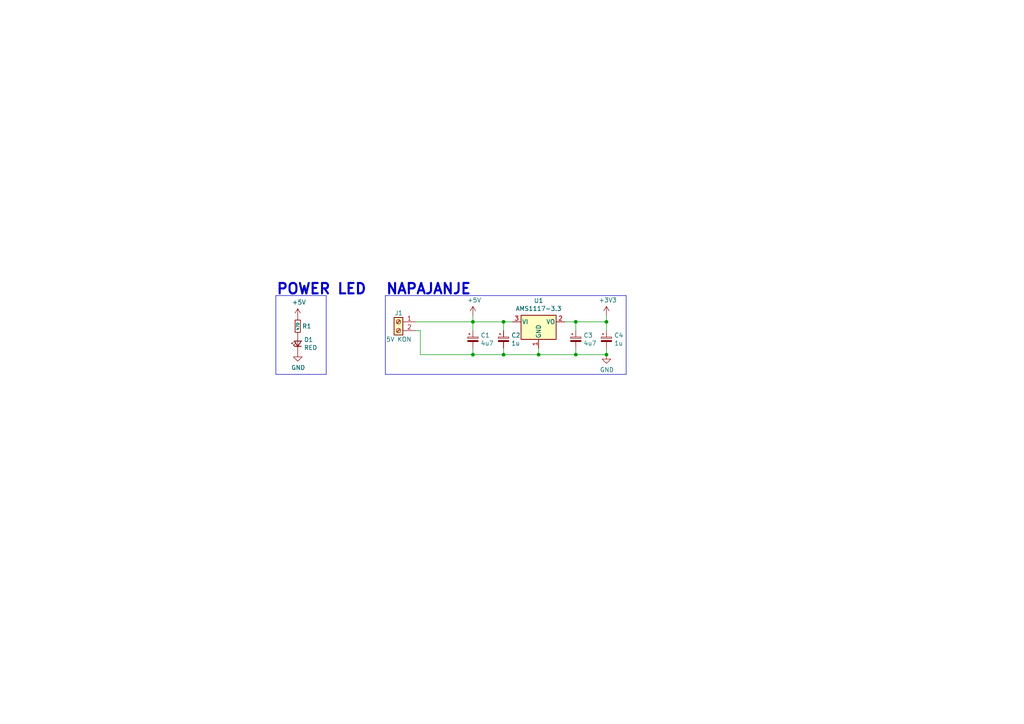
<source format=kicad_sch>
(kicad_sch (version 20230121) (generator eeschema)
  (paper "A4")
  (lib_symbols
    (symbol "Connector:Screw_Terminal_01x02" (pin_names (offset 1.016) hide)
      (property "Reference" "J" (at 0 2.54 0))
      (property "Value" "Screw_Terminal_01x02" (at 0 -5.08 0))
      (symbol "Screw_Terminal_01x02_1_1"
        (rectangle (start -1.27 1.27) (end 1.27 -3.81) (stroke (width 0.254)) (fill (type background)))
        (circle (center 0 -2.54) (radius 0.635) (stroke (width 0.1524)))
        (polyline (pts (xy -0.5334 -2.2098) (xy 0.3302 -3.048)) (stroke (width 0.1524)))
        (polyline (pts (xy -0.5334 0.3302) (xy 0.3302 -0.508)) (stroke (width 0.1524)))
        (polyline (pts (xy -0.3556 -2.032) (xy 0.508 -2.8702)) (stroke (width 0.1524)))
        (polyline (pts (xy -0.3556 0.508) (xy 0.508 -0.3302)) (stroke (width 0.1524)))
        (circle (center 0 0) (radius 0.635) (stroke (width 0.1524)))
        (pin passive line (at -5.08 0 0) (length 3.81) (name "Pin_1") (number "1"))
        (pin passive line (at -5.08 -2.54 0) (length 3.81) (name "Pin_2") (number "2"))
      )
    )
    (symbol "Device:CP_Small" (pin_numbers hide) (pin_names (offset 0.254) hide)
      (property "Reference" "C" (at 0.254 1.778 0))
      (property "Value" "Device_CP_Small" (at 0.254 -2.032 0))
      (symbol "CP_Small_0_1"
        (rectangle (start -1.524 -0.3048) (end 1.524 -0.6858) (fill (type outline)))
        (rectangle (start -1.524 0.6858) (end 1.524 0.3048))
        (polyline (pts (xy -1.27 1.524) (xy -0.762 1.524)))
        (polyline (pts (xy -1.016 1.27) (xy -1.016 1.778)))
      )
      (symbol "CP_Small_1_1"
        (pin passive line (at 0 2.54 270) (length 1.8542) (name "~") (number "1"))
        (pin passive line (at 0 -2.54 90) (length 1.8542) (name "~") (number "2"))
      )
    )
    (symbol "Device:LED_Small" (pin_numbers hide) (pin_names (offset 0.254) hide)
      (property "Reference" "D" (at -1.27 3.175 0))
      (property "Value" "LED_Small" (at -4.445 -2.54 0))
      (symbol "LED_Small_0_1"
        (polyline (pts (xy -0.762 -1.016) (xy -0.762 1.016)) (stroke (width 0.254)))
        (polyline (pts (xy 1.016 0) (xy -0.762 0)))
        (polyline (pts (xy 0.762 -1.016) (xy -0.762 0) (xy 0.762 1.016) (xy 0.762 -1.016)) (stroke (width 0.254)))
        (polyline (pts (xy 0 0.762) (xy -0.508 1.27) (xy -0.254 1.27) (xy -0.508 1.27) (xy -0.508 1.016)))
        (polyline (pts (xy 0.508 1.27) (xy 0 1.778) (xy 0.254 1.778) (xy 0 1.778) (xy 0 1.524)))
      )
      (symbol "LED_Small_1_1"
        (pin passive line (at -2.54 0 0) (length 1.778) (name "K") (number "1"))
        (pin passive line (at 2.54 0 180) (length 1.778) (name "A") (number "2"))
      )
    )
    (symbol "Device:R_Small" (pin_numbers hide) (pin_names (offset 0.254) hide)
      (property "Reference" "R" (at 0.762 0.508 0))
      (property "Value" "R_Small" (at 0.762 -1.016 0))
      (symbol "R_Small_0_1"
        (rectangle (start -0.762 1.778) (end 0.762 -1.778) (stroke (width 0.2032)))
      )
      (symbol "R_Small_1_1"
        (pin passive line (at 0 2.54 270) (length 0.762) (name "~") (number "1"))
        (pin passive line (at 0 -2.54 90) (length 0.762) (name "~") (number "2"))
      )
    )
    (symbol "Regulator_Linear:AMS1117-3.3" (pin_names (offset 0.254))
      (property "Reference" "U" (at -3.81 3.175 0))
      (property "Value" "AMS1117-3.3" (at 0 3.175 0))
      (symbol "AMS1117-3.3_0_1"
        (rectangle (start -5.08 -5.08) (end 5.08 1.905) (stroke (width 0.254)) (fill (type background)))
      )
      (symbol "AMS1117-3.3_1_1"
        (pin power_in line (at 0 -7.62 90) (length 2.54) (name "GND") (number "1"))
        (pin power_out line (at 7.62 0 180) (length 2.54) (name "VO") (number "2"))
        (pin power_in line (at -7.62 0 0) (length 2.54) (name "VI") (number "3"))
      )
    )
    (symbol "power:+3V3" (power) (pin_names (offset 0))
      (property "Value" "+3V3" (at 0 3.556 0))
      (symbol "+3V3_0_1"
        (polyline (pts (xy -0.762 1.27) (xy 0 2.54)))
        (polyline (pts (xy 0 0) (xy 0 2.54)))
        (polyline (pts (xy 0 2.54) (xy 0.762 1.27)))
      )
      (symbol "+3V3_1_1"
        (pin power_in line (at 0 0 90) (length 0) hide (name "+3V3") (number "1"))
      )
    )
    (symbol "power:+5V" (power) (pin_names (offset 0))
      (property "Value" "+5V" (at 0 3.556 0))
      (symbol "+5V_0_1"
        (polyline (pts (xy -0.762 1.27) (xy 0 2.54)))
        (polyline (pts (xy 0 0) (xy 0 2.54)))
        (polyline (pts (xy 0 2.54) (xy 0.762 1.27)))
      )
      (symbol "+5V_1_1"
        (pin power_in line (at 0 0 90) (length 0) hide (name "+5V") (number "1"))
      )
    )
    (symbol "power:GND" (power) (pin_names (offset 0))
      (property "Value" "GND" (at 0 -3.81 0))
      (symbol "GND_0_1"
        (polyline (pts (xy 0 0) (xy 0 -1.27) (xy 1.27 -1.27) (xy 0 -2.54) (xy -1.27 -1.27) (xy 0 -1.27)))
      )
      (symbol "GND_1_1"
        (pin power_in line (at 0 0 270) (length 0) hide (name "GND") (number "1"))
      )
    )
  )
  (junction (at 137.16 93.345))
  (junction (at 167.005 102.87))
  (junction (at 156.21 102.87))
  (junction (at 167.005 93.345))
  (junction (at 146.05 93.345))
  (junction (at 146.05 102.87))
  (junction (at 175.895 102.87))
  (junction (at 137.16 102.87))
  (junction (at 175.895 93.345))
  (wire (pts (xy 120.65 93.345) (xy 137.16 93.345)))
  (wire (pts (xy 137.16 95.885) (xy 137.16 93.345)))
  (wire (pts (xy 167.005 93.345) (xy 175.895 93.345)))
  (wire (pts (xy 120.65 95.885) (xy 121.92 95.885)))
  (wire (pts (xy 146.05 102.87) (xy 137.16 102.87)))
  (wire (pts (xy 137.16 91.44) (xy 137.16 93.345)))
  (wire (pts (xy 121.92 102.87) (xy 137.16 102.87)))
  (wire (pts (xy 146.05 102.87) (xy 146.05 100.965)))
  (wire (pts (xy 175.895 95.885) (xy 175.895 93.345)))
  (polyline (pts (xy 111.76 108.585) (xy 111.76 85.725)))
  (wire (pts (xy 156.21 102.87) (xy 156.21 100.965)))
  (wire (pts (xy 163.83 93.345) (xy 167.005 93.345)))
  (polyline (pts (xy 111.76 85.725) (xy 181.61 85.725)))
  (polyline (pts (xy 94.615 85.725) (xy 94.615 108.585)))
  (wire (pts (xy 175.895 102.87) (xy 167.005 102.87)))
  (wire (pts (xy 146.05 95.885) (xy 146.05 93.345)))
  (wire (pts (xy 167.005 95.885) (xy 167.005 93.345)))
  (polyline (pts (xy 111.76 108.585) (xy 181.61 108.585)))
  (wire (pts (xy 137.16 100.965) (xy 137.16 102.87)))
  (wire (pts (xy 167.005 102.87) (xy 167.005 100.965)))
  (wire (pts (xy 175.895 102.87) (xy 175.895 100.965)))
  (wire (pts (xy 167.005 102.87) (xy 156.21 102.87)))
  (wire (pts (xy 156.21 102.87) (xy 146.05 102.87)))
  (polyline (pts (xy 80.01 85.725) (xy 94.615 85.725)))
  (wire (pts (xy 146.05 93.345) (xy 148.59 93.345)))
  (wire (pts (xy 137.16 93.345) (xy 146.05 93.345)))
  (wire (pts (xy 175.895 91.44) (xy 175.895 93.345)))
  (polyline (pts (xy 80.01 108.585) (xy 80.01 85.725)))
  (wire (pts (xy 121.92 95.885) (xy 121.92 102.87)))
  (polyline (pts (xy 181.61 85.725) (xy 181.61 108.585)))
  (polyline (pts (xy 94.615 108.585) (xy 80.01 108.585)))
  (text "POWER LED" (at 80.01 85.725 0) (effects (font (size 3 3) (thickness 0.6) bold) (justify left bottom)))
  (text "NAPAJANJE" (at 111.76 85.725 0) (effects (font (size 3 3) (thickness 0.6) bold) (justify left bottom)))
  (symbol (lib_id "Device:CP_Small") (at 175.895 98.425 0) (unit 1)
    (property "Reference" "C4" (at 178.1302 97.2566 0) (effects (justify left)))
    (property "Value" "1u" (at 178.1302 99.568 0) (effects (justify left)))
    (property "Footprint" "Capacitor_SMD:C_0805_2012Metric" (effects hide))
  )
  (symbol (lib_id "Device:R_Small") (at 86.36 94.615 0) (unit 1)
    (property "Reference" "R1" (at 87.63 94.615 0) (effects (justify left)))
    (property "Value" "470" (at 86.36 95.885 90) (effects (font (size 0.7874 0.7874)) (justify left)))
    (property "Footprint" "Resistor_SMD:R_0805_2012Metric" (effects hide))
  )
  (symbol (lib_id "power:+3V3") (at 175.895 91.44 0) (unit 1)
    (property "Reference" "#PWR0104" (effects hide))
    (property "Value" "+3V3" (at 176.276 87.0458 0))
  )
  (symbol (lib_id "Device:CP_Small") (at 146.05 98.425 0) (unit 1)
    (property "Reference" "C2" (at 148.2852 97.2566 0) (effects (justify left)))
    (property "Value" "1u" (at 148.2852 99.568 0) (effects (justify left)))
    (property "Footprint" "Capacitor_SMD:C_0805_2012Metric" (effects hide))
  )
  (symbol (lib_id "power:+5V") (at 137.16 91.44 0) (unit 1)
    (property "Reference" "#PWR0105" (effects hide))
    (property "Value" "+5V" (at 137.541 87.0458 0))
  )
  (symbol (lib_id "Device:CP_Small") (at 167.005 98.425 0) (unit 1)
    (property "Reference" "C3" (at 169.2402 97.2566 0) (effects (justify left)))
    (property "Value" "4u7" (at 169.2402 99.568 0) (effects (justify left)))
    (property "Footprint" "Capacitor_SMD:CP_Elec_4x5.4" (effects hide))
  )
  (symbol (lib_id "power:GND") (at 175.895 102.87 0) (unit 1)
    (property "Reference" "#PWR0103" (effects hide))
    (property "Value" "GND" (at 176.022 107.2642 0))
  )
  (symbol (lib_id "Regulator_Linear:AMS1117-3.3") (at 156.21 93.345 0) (unit 1)
    (property "Reference" "U1" (at 156.21 87.1982 0))
    (property "Value" "AMS1117-3.3" (at 156.21 89.5096 0))
    (property "Footprint" "Package_TO_SOT_SMD:SOT-223-3_TabPin2" (effects hide))
    (property "Datasheet" "http://www.advanced-monolithic.com/pdf/ds1117.pdf" (effects hide))
  )
  (symbol (lib_id "Device:CP_Small") (at 137.16 98.425 0) (unit 1)
    (property "Reference" "C1" (at 139.3952 97.2566 0) (effects (justify left)))
    (property "Value" "4u7" (at 139.3952 99.568 0) (effects (justify left)))
    (property "Footprint" "Capacitor_SMD:CP_Elec_4x5.4" (effects hide))
  )
  (symbol (lib_id "power:GND") (at 86.36 102.235 0) (unit 1)
    (property "Reference" "#PWR0106" (effects hide))
    (property "Value" "GND" (at 86.487 106.6292 0))
  )
  (symbol (lib_id "Device:LED_Small") (at 86.36 99.695 90) (unit 1)
    (property "Reference" "D1" (at 88.138 98.5266 90) (effects (justify right)))
    (property "Value" "RED" (at 88.138 100.838 90) (effects (justify right)))
    (property "Footprint" "LED_SMD:LED_0805_2012Metric" (effects hide))
  )
  (symbol (lib_id "Connector:Screw_Terminal_01x02") (at 115.57 93.345 0) (mirror y) (unit 1)
    (property "Reference" "J1" (at 116.84 90.805 0) (effects (justify left)))
    (property "Value" "5V KON" (at 119.38 98.425 0) (effects (justify left)))
    (property "Footprint" "TerminalBlock_Phoenix:TerminalBlock_Phoenix_MKDS-1,5-2-5.08_1x02_P5.08mm_Horizontal" (effects hide))
  )
  (symbol (lib_id "power:+5V") (at 86.36 92.075 0) (unit 1)
    (property "Reference" "#PWR0107" (effects hide))
    (property "Value" "+5V" (at 86.741 87.6808 0))
  )
)
</source>
